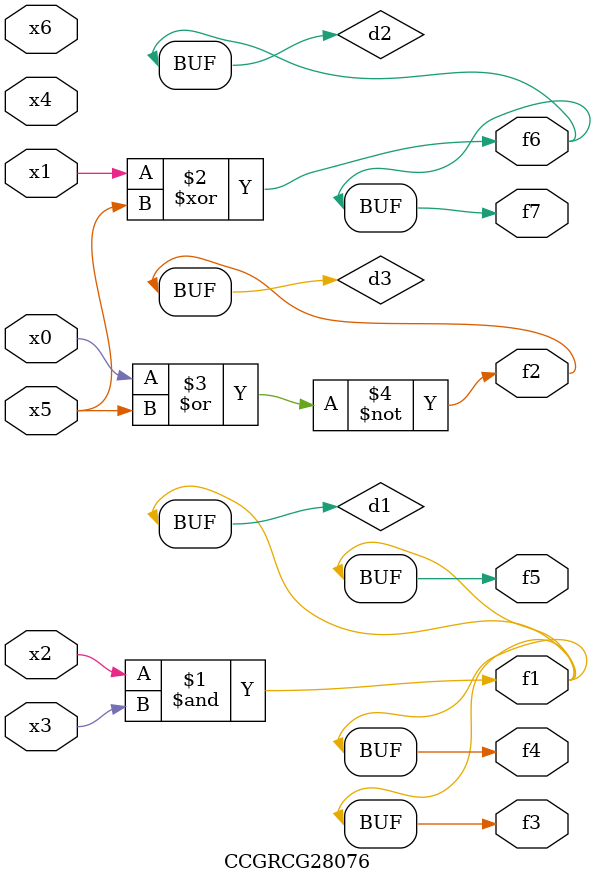
<source format=v>
module CCGRCG28076(
	input x0, x1, x2, x3, x4, x5, x6,
	output f1, f2, f3, f4, f5, f6, f7
);

	wire d1, d2, d3;

	and (d1, x2, x3);
	xor (d2, x1, x5);
	nor (d3, x0, x5);
	assign f1 = d1;
	assign f2 = d3;
	assign f3 = d1;
	assign f4 = d1;
	assign f5 = d1;
	assign f6 = d2;
	assign f7 = d2;
endmodule

</source>
